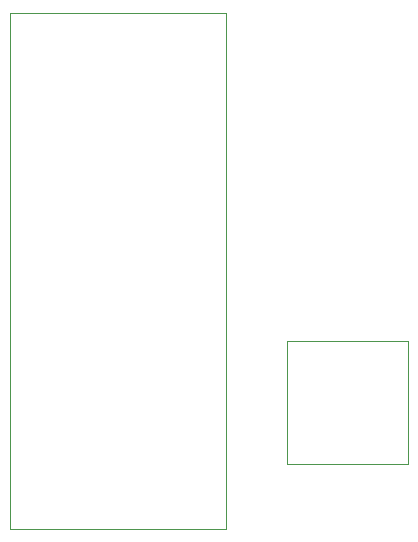
<source format=gbr>
%TF.GenerationSoftware,Altium Limited,Altium Designer,23.9.2 (47)*%
G04 Layer_Color=32768*
%FSLAX45Y45*%
%MOMM*%
%TF.SameCoordinates,069DA617-DDAF-4FD6-95A1-D134820B9D42*%
%TF.FilePolarity,Positive*%
%TF.FileFunction,Other,Mechanical_15*%
%TF.Part,Single*%
G01*
G75*
%TA.AperFunction,NonConductor*%
%ADD24C,0.05000*%
D24*
X2299001Y-2001D02*
X4126998D01*
X2299001D02*
Y4366001D01*
X4126998D01*
Y-2001D02*
Y4366001D01*
X4643502Y548000D02*
X5669505D01*
Y1590000D01*
X4643502D02*
X5669505D01*
X4643502Y548000D02*
Y1590000D01*
%TF.MD5,368f04110ae09aace9b274e46ded82e7*%
M02*

</source>
